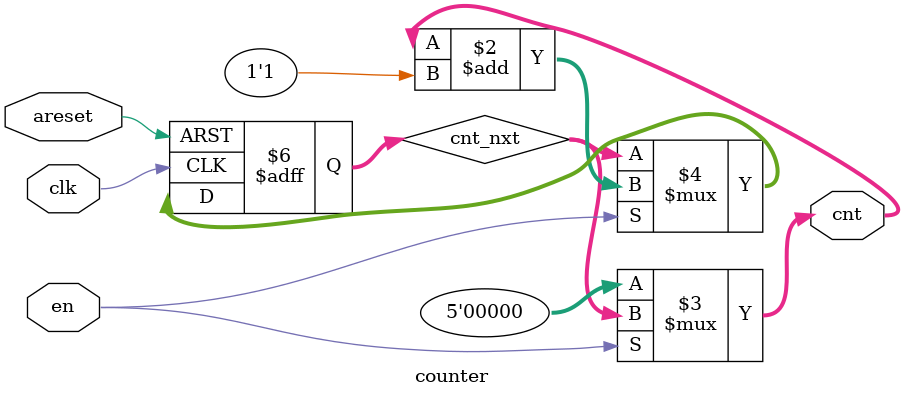
<source format=v>
module top_module (
    input clk,
    input areset,    // Freshly brainwashed Lemmings walk left.
    input bump_left,
    input bump_right,
    input ground,
    input dig,
    output walk_left,
    output walk_right,
    output aaah,
    output digging
);
    parameter WALKING_LEFT = 3'b000;
    parameter WALKING_RIGHT = 3'b001;
    parameter FALLING_LEFT = 3'b010;
    parameter FALLING_RIGHT = 3'b011;
    parameter DIGGING_LEFT = 3'b100;
    parameter DIGGING_RIGHT = 3'b101;

    reg [2:0] cs, ns;
    reg walk_left_nxt, walk_right_nxt, aaah_nxt,digging_nxt;
    always @(posedge clk or posedge areset) begin
        if(areset)
            cs <= WALKING_LEFT;
        else
            cs <= ns;
    end

always @(*) begin
    case (cs)
        WALKING_LEFT: begin
            if(!ground)
                ns = FALLING_LEFT;
            else if(dig)
                ns = DIGGING_LEFT;
            else if(bump_left)
                ns = WALKING_RIGHT;
            else
                ns = cs;
            end
        WALKING_RIGHT: begin
            if(!ground)
                ns = FALLING_RIGHT;
            else if(dig)
                ns = DIGGING_RIGHT;
            else if(bump_right)
                ns = WALKING_LEFT;
            else
                ns = cs;
            end
        FALLING_LEFT: begin
            if(ground)
                ns = WALKING_LEFT;
            else
                ns = cs;
        end
        FALLING_RIGHT: begin
            if(ground)
                ns = WALKING_RIGHT;
            else
                ns = cs;
        end
        DIGGING_LEFT: begin
            if(!ground)
                ns = FALLING_LEFT;
            else
                ns = cs;
        end
        DIGGING_RIGHT: begin
            if(!ground)
                ns = FALLING_RIGHT;
            else
                ns = cs;
        end
        default: ns = 3'b111;
    endcase
end

always @(posedge clk or posedge areset) begin
    if(areset)begin
        walk_left_nxt <= 1'b1;
        walk_right_nxt <=1'b0;
        aaah_nxt <= 1'b0;
        digging_nxt <= 1'b0;
    end
    else
        case (ns)
            WALKING_LEFT:begin
                walk_left_nxt <= 1'b1;
                walk_right_nxt <= 1'b0;
                aaah_nxt <=1'b0;
                digging_nxt <= 1'b0;
            end 
            WALKING_RIGHT: begin
                walk_left_nxt <= 1'b0;
                walk_right_nxt <= 1'b1;
                aaah_nxt <= 1'b0;
                digging_nxt <= 1'b0;
            end
            FALLING_LEFT: begin
                walk_left_nxt <= 1'b0;
                walk_right_nxt <= 1'b0;
                aaah_nxt <=1'b1;
                digging_nxt <= 1'b0;
            end
            FALLING_RIGHT: begin
                walk_left_nxt <= 1'b0;
                walk_right_nxt <= 1'b0;
                aaah_nxt <=1'b1;
                digging_nxt <= 1'b0;
            end
            DIGGING_LEFT: begin
                walk_left_nxt <= 1'b0;
                walk_right_nxt <= 1'b0;
                aaah_nxt <=1'b0;
                digging_nxt <= 1'b1;
            end
            DIGGING_RIGHT: begin
                walk_left_nxt <= 1'b0;
                walk_right_nxt <= 1'b0;
                aaah_nxt <=1'b0;
                digging_nxt <= 1'b1;
            end
        endcase
end

assign walk_left = walk_left_nxt;
assign walk_right = walk_right_nxt;
assign aaah       = aaah_nxt;
assign digging    = digging_nxt;
endmodule   

module counter (
    input clk,
    input areset,
    input en,
    output [4:0] cnt
);
    reg [4:0] cnt_nxt;
    always @(posedge clk or posedge areset) begin
        if(areset)
            cnt_nxt <= 5'b0;
        else if(en)
            cnt_nxt <= cnt + 1'b1;
    end
    assign cnt = en? cnt_nxt : 5'b0;
endmodule
</source>
